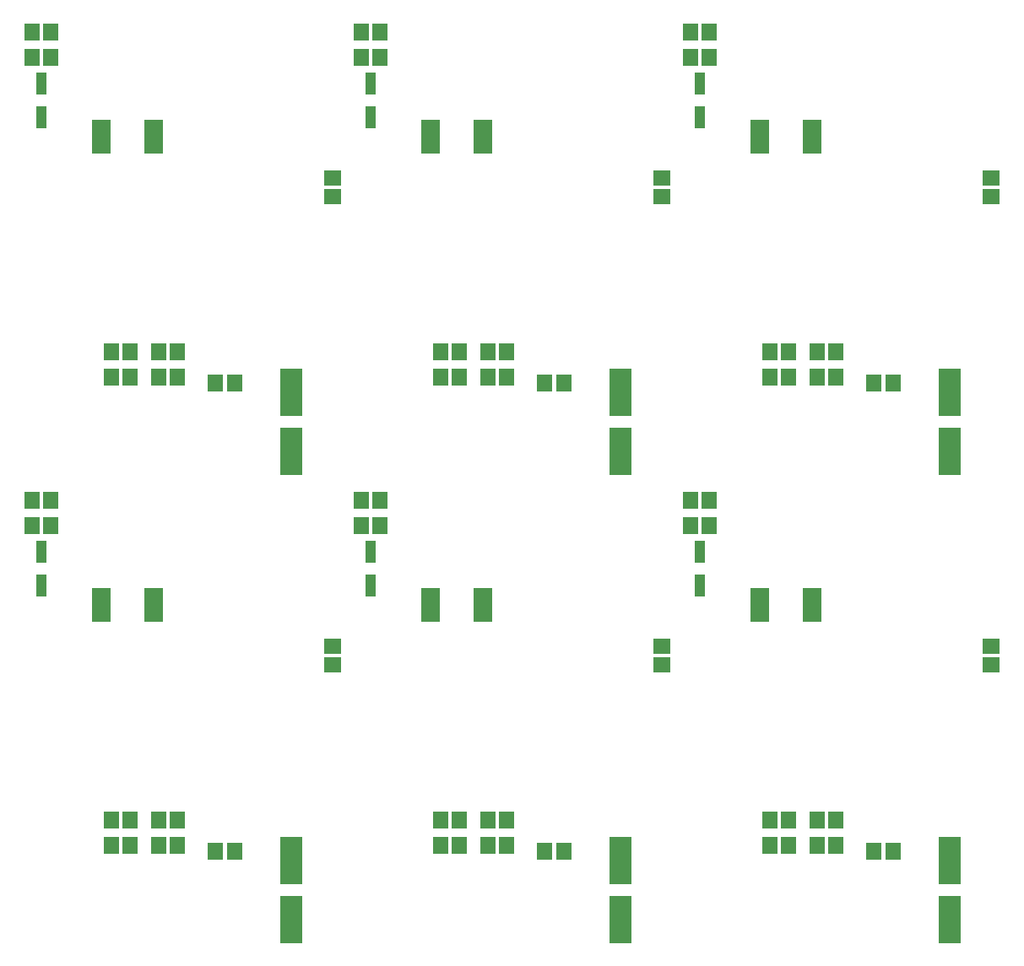
<source format=gbr>
%FSLAX34Y34*%
%MOMM*%
%LNSMDMASK_TOP*%
G71*
G01*
%ADD10R, 1.98X3.35*%
%ADD11R, 1.50X1.80*%
%ADD12R, 1.80X1.50*%
%ADD13R, 2.20X4.20*%
%ADD14R, 2.20X4.70*%
%ADD15R, 1.00X2.20*%
%LPD*%
X137716Y873125D02*
G54D10*
D03*
X85725Y873125D02*
G54D10*
D03*
X15875Y952500D02*
G54D11*
D03*
X34875Y952500D02*
G54D11*
D03*
X15875Y977900D02*
G54D11*
D03*
X34875Y977900D02*
G54D11*
D03*
X142875Y657225D02*
G54D11*
D03*
X161875Y657225D02*
G54D11*
D03*
X142875Y631825D02*
G54D11*
D03*
X161875Y631825D02*
G54D11*
D03*
X95250Y631825D02*
G54D11*
D03*
X114250Y631825D02*
G54D11*
D03*
X95250Y657225D02*
G54D11*
D03*
X114250Y657225D02*
G54D11*
D03*
X317475Y831825D02*
G54D12*
D03*
X317475Y812825D02*
G54D12*
D03*
X276107Y559595D02*
G54D13*
D03*
X276107Y613570D02*
G54D13*
D03*
X276107Y557214D02*
G54D14*
D03*
X276107Y616348D02*
G54D14*
D03*
X200025Y625475D02*
G54D11*
D03*
X219025Y625475D02*
G54D11*
D03*
X25400Y892175D02*
G54D15*
D03*
X25400Y926505D02*
G54D15*
D03*
X467916Y873125D02*
G54D10*
D03*
X415925Y873125D02*
G54D10*
D03*
X346075Y952500D02*
G54D11*
D03*
X365075Y952500D02*
G54D11*
D03*
X346075Y977900D02*
G54D11*
D03*
X365075Y977900D02*
G54D11*
D03*
X473075Y657225D02*
G54D11*
D03*
X492075Y657225D02*
G54D11*
D03*
X473075Y631825D02*
G54D11*
D03*
X492075Y631825D02*
G54D11*
D03*
X425450Y631825D02*
G54D11*
D03*
X444450Y631825D02*
G54D11*
D03*
X425450Y657225D02*
G54D11*
D03*
X444450Y657225D02*
G54D11*
D03*
X647675Y831825D02*
G54D12*
D03*
X647675Y812825D02*
G54D12*
D03*
X606307Y559595D02*
G54D13*
D03*
X606307Y613570D02*
G54D13*
D03*
X606307Y557214D02*
G54D14*
D03*
X606307Y616348D02*
G54D14*
D03*
X530225Y625475D02*
G54D11*
D03*
X549225Y625475D02*
G54D11*
D03*
X355600Y892175D02*
G54D15*
D03*
X355600Y926505D02*
G54D15*
D03*
X798116Y873125D02*
G54D10*
D03*
X746125Y873125D02*
G54D10*
D03*
X676275Y952500D02*
G54D11*
D03*
X695275Y952500D02*
G54D11*
D03*
X676275Y977900D02*
G54D11*
D03*
X695275Y977900D02*
G54D11*
D03*
X803275Y657225D02*
G54D11*
D03*
X822275Y657225D02*
G54D11*
D03*
X803275Y631825D02*
G54D11*
D03*
X822275Y631825D02*
G54D11*
D03*
X755650Y631825D02*
G54D11*
D03*
X774650Y631825D02*
G54D11*
D03*
X755650Y657225D02*
G54D11*
D03*
X774650Y657225D02*
G54D11*
D03*
X977875Y831825D02*
G54D12*
D03*
X977875Y812825D02*
G54D12*
D03*
X936507Y559595D02*
G54D13*
D03*
X936507Y613570D02*
G54D13*
D03*
X936507Y557214D02*
G54D14*
D03*
X936507Y616348D02*
G54D14*
D03*
X860425Y625475D02*
G54D11*
D03*
X879425Y625475D02*
G54D11*
D03*
X685800Y892175D02*
G54D15*
D03*
X685800Y926505D02*
G54D15*
D03*
X137716Y403225D02*
G54D10*
D03*
X85725Y403225D02*
G54D10*
D03*
X15875Y482600D02*
G54D11*
D03*
X34875Y482600D02*
G54D11*
D03*
X15875Y508000D02*
G54D11*
D03*
X34875Y508000D02*
G54D11*
D03*
X142875Y187325D02*
G54D11*
D03*
X161875Y187325D02*
G54D11*
D03*
X142875Y161925D02*
G54D11*
D03*
X161875Y161925D02*
G54D11*
D03*
X95250Y161925D02*
G54D11*
D03*
X114250Y161925D02*
G54D11*
D03*
X95250Y187325D02*
G54D11*
D03*
X114250Y187325D02*
G54D11*
D03*
X317475Y361925D02*
G54D12*
D03*
X317475Y342925D02*
G54D12*
D03*
X276107Y89695D02*
G54D13*
D03*
X276107Y143670D02*
G54D13*
D03*
X276107Y87314D02*
G54D14*
D03*
X276107Y146448D02*
G54D14*
D03*
X200025Y155575D02*
G54D11*
D03*
X219025Y155575D02*
G54D11*
D03*
X25400Y422275D02*
G54D15*
D03*
X25400Y456605D02*
G54D15*
D03*
X467916Y403225D02*
G54D10*
D03*
X415925Y403225D02*
G54D10*
D03*
X346075Y482600D02*
G54D11*
D03*
X365075Y482600D02*
G54D11*
D03*
X346075Y508000D02*
G54D11*
D03*
X365075Y508000D02*
G54D11*
D03*
X473075Y187325D02*
G54D11*
D03*
X492075Y187325D02*
G54D11*
D03*
X473075Y161925D02*
G54D11*
D03*
X492075Y161925D02*
G54D11*
D03*
X425450Y161925D02*
G54D11*
D03*
X444450Y161925D02*
G54D11*
D03*
X425450Y187325D02*
G54D11*
D03*
X444450Y187325D02*
G54D11*
D03*
X647675Y361925D02*
G54D12*
D03*
X647675Y342925D02*
G54D12*
D03*
X606307Y89695D02*
G54D13*
D03*
X606307Y143670D02*
G54D13*
D03*
X606307Y87314D02*
G54D14*
D03*
X606307Y146448D02*
G54D14*
D03*
X530225Y155575D02*
G54D11*
D03*
X549225Y155575D02*
G54D11*
D03*
X355600Y422275D02*
G54D15*
D03*
X355600Y456605D02*
G54D15*
D03*
X798116Y403225D02*
G54D10*
D03*
X746125Y403225D02*
G54D10*
D03*
X676275Y482600D02*
G54D11*
D03*
X695275Y482600D02*
G54D11*
D03*
X676275Y508000D02*
G54D11*
D03*
X695275Y508000D02*
G54D11*
D03*
X803275Y187325D02*
G54D11*
D03*
X822275Y187325D02*
G54D11*
D03*
X803275Y161925D02*
G54D11*
D03*
X822275Y161925D02*
G54D11*
D03*
X755650Y161925D02*
G54D11*
D03*
X774650Y161925D02*
G54D11*
D03*
X755650Y187325D02*
G54D11*
D03*
X774650Y187325D02*
G54D11*
D03*
X977875Y361925D02*
G54D12*
D03*
X977875Y342925D02*
G54D12*
D03*
X936507Y89695D02*
G54D13*
D03*
X936507Y143670D02*
G54D13*
D03*
X936507Y87314D02*
G54D14*
D03*
X936507Y146448D02*
G54D14*
D03*
X860425Y155575D02*
G54D11*
D03*
X879425Y155575D02*
G54D11*
D03*
X685800Y422275D02*
G54D15*
D03*
X685800Y456605D02*
G54D15*
D03*
M02*

</source>
